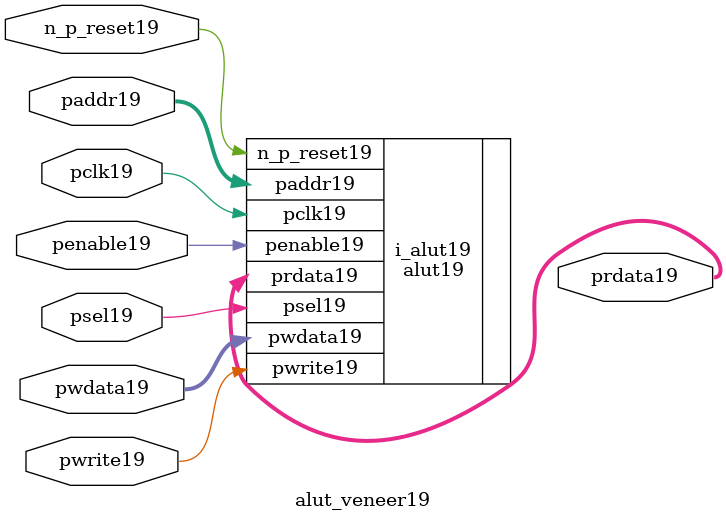
<source format=v>
module alut_veneer19
(   
   // Inputs19
   pclk19,
   n_p_reset19,
   psel19,            
   penable19,       
   pwrite19,         
   paddr19,           
   pwdata19,          

   // Outputs19
   prdata19  
);

   // APB19 Inputs19
   input             pclk19;               // APB19 clock19                          
   input             n_p_reset19;          // Reset19                              
   input             psel19;               // Module19 select19 signal19               
   input             penable19;            // Enable19 signal19                      
   input             pwrite19;             // Write when HIGH19 and read when LOW19  
   input [6:0]       paddr19;              // Address bus for read write         
   input [31:0]      pwdata19;             // APB19 write bus                      

   output [31:0]     prdata19;             // APB19 read bus                       


//-----------------------------------------------------------------------
//##############################################################################
// if the ALUT19 is NOT19 black19 boxed19 
//##############################################################################
`ifndef FV_KIT_BLACK_BOX_LUT19 


alut19 i_alut19 (
        //inputs19
        . n_p_reset19(n_p_reset19),
        . pclk19(pclk19),
        . psel19(psel19),
        . penable19(penable19),
        . pwrite19(pwrite19),
        . paddr19(paddr19[6:0]),
        . pwdata19(pwdata19),

        //outputs19
        . prdata19(prdata19)
);


`else 
//##############################################################################
// if the <module> is black19 boxed19 
//##############################################################################

   // APB19 Inputs19
   wire              pclk19;               // APB19 clock19                          
   wire              n_p_reset19;          // Reset19                              
   wire              psel19;               // Module19 select19 signal19               
   wire              penable19;            // Enable19 signal19                      
   wire              pwrite19;             // Write when HIGH19 and read when LOW19  
   wire  [6:0]       paddr19;              // Address bus for read write         
   wire  [31:0]      pwdata19;             // APB19 write bus                      

   reg   [31:0]      prdata19;             // APB19 read bus                       


`endif

endmodule

</source>
